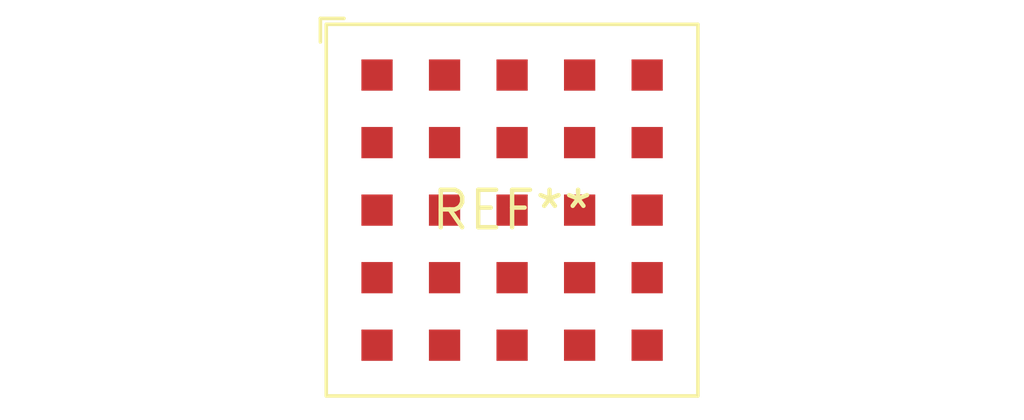
<source format=kicad_pcb>
(kicad_pcb (version 20240108) (generator pcbnew)
  (layers (0 "F.Cu" signal) (31 "B.Cu" signal) (34 "B.Paste" user) (35 "F.Paste" user) (36 "B.SilkS" user "B.Silkscreen") (37 "F.SilkS" user "F.Silkscreen") (38 "B.Mask" user) (39 "F.Mask" user) (44 "Edge.Cuts" user))
  (net 0 "")
  (footprint "Converter_DCDC_RECOM_RPMx.x-x.0" (layer "F.Cu") (at 0 0)
    (property "Reference" "REF**")
    (property "Value" "Converter_DCDC_RECOM_RPMx.x-x.0")
    (fp_line (start -6.5 -6.5) (end -6.5 -5.7) (layer "F.SilkS") (stroke (width 0.12)))
    (fp_line (start -6.3 -6.3) (end 6.3 -6.3) (layer "F.SilkS") (stroke (width 0.12)))
    (fp_line (start -6.3 6.3) (end -6.3 -6.3) (layer "F.SilkS") (stroke (width 0.12)))
    (fp_line (start -5.7 -6.5) (end -6.5 -6.5) (layer "F.SilkS") (stroke (width 0.12)))
    (fp_line (start 6.3 -6.3) (end 6.3 6.3) (layer "F.SilkS") (stroke (width 0.12)))
    (fp_line (start 6.3 6.3) (end -6.3 6.3) (layer "F.SilkS") (stroke (width 0.12)))
    (pad "A1" smd rect (at -4.58 -4.58) (size 1.06 1.06) (layers "F.Cu" "F.Paste" "F.Mask"))
    (pad "A2" smd rect (at -2.29 -4.58) (size 1.06 1.06) (layers "F.Cu" "F.Paste" "F.Mask"))
    (pad "A3" smd rect (at 0 -4.58) (size 1.06 1.06) (layers "F.Cu" "F.Paste" "F.Mask"))
    (pad "A4" smd rect (at 2.29 -4.58) (size 1.06 1.06) (layers "F.Cu" "F.Paste" "F.Mask"))
    (pad "A5" smd rect (at 4.58 -4.58) (size 1.06 1.06) (layers "F.Cu" "F.Paste" "F.Mask"))
    (pad "B1" smd rect (at -4.58 -2.29) (size 1.06 1.06) (layers "F.Cu" "F.Paste" "F.Mask"))
    (pad "B2" smd rect (at -2.29 -2.29) (size 1.06 1.06) (layers "F.Cu" "F.Paste" "F.Mask"))
    (pad "B3" smd rect (at 0 -2.29) (size 1.06 1.06) (layers "F.Cu" "F.Paste" "F.Mask"))
    (pad "B4" smd rect (at 2.29 -2.29) (size 1.06 1.06) (layers "F.Cu" "F.Paste" "F.Mask"))
    (pad "B5" smd rect (at 4.58 -2.29) (size 1.06 1.06) (layers "F.Cu" "F.Paste" "F.Mask"))
    (pad "C1" smd rect (at -4.58 0) (size 1.06 1.06) (layers "F.Cu" "F.Paste" "F.Mask"))
    (pad "C2" smd rect (at -2.29 0) (size 1.06 1.06) (layers "F.Cu" "F.Paste" "F.Mask"))
    (pad "C3" smd rect (at 0 0) (size 1.06 1.06) (layers "F.Cu" "F.Paste" "F.Mask"))
    (pad "C4" smd rect (at 2.29 0) (size 1.06 1.06) (layers "F.Cu" "F.Paste" "F.Mask"))
    (pad "C5" smd rect (at 4.58 0) (size 1.06 1.06) (layers "F.Cu" "F.Paste" "F.Mask"))
    (pad "D1" smd rect (at -4.58 2.29) (size 1.06 1.06) (layers "F.Cu" "F.Paste" "F.Mask"))
    (pad "D2" smd rect (at -2.29 2.29) (size 1.06 1.06) (layers "F.Cu" "F.Paste" "F.Mask"))
    (pad "D3" smd rect (at 0 2.29) (size 1.06 1.06) (layers "F.Cu" "F.Paste" "F.Mask"))
    (pad "D4" smd rect (at 2.29 2.29) (size 1.06 1.06) (layers "F.Cu" "F.Paste" "F.Mask"))
    (pad "D5" smd rect (at 4.58 2.29) (size 1.06 1.06) (layers "F.Cu" "F.Paste" "F.Mask"))
    (pad "E1" smd rect (at -4.58 4.58) (size 1.06 1.06) (layers "F.Cu" "F.Paste" "F.Mask"))
    (pad "E2" smd rect (at -2.29 4.58) (size 1.06 1.06) (layers "F.Cu" "F.Paste" "F.Mask"))
    (pad "E3" smd rect (at 0 4.58) (size 1.06 1.06) (layers "F.Cu" "F.Paste" "F.Mask"))
    (pad "E4" smd rect (at 2.29 4.58) (size 1.06 1.06) (layers "F.Cu" "F.Paste" "F.Mask"))
    (pad "E5" smd rect (at 4.58 4.58) (size 1.06 1.06) (layers "F.Cu" "F.Paste" "F.Mask"))
  )
)
</source>
